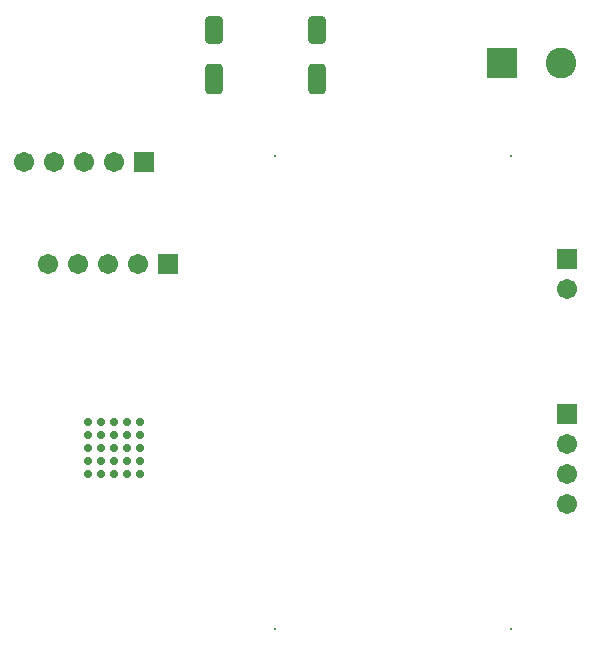
<source format=gbs>
G04*
G04 #@! TF.GenerationSoftware,Altium Limited,Altium Designer,23.5.1 (21)*
G04*
G04 Layer_Color=16711935*
%FSLAX25Y25*%
%MOIN*%
G70*
G04*
G04 #@! TF.SameCoordinates,89F97100-6FF8-4533-BDCD-A1BC4398B3AB*
G04*
G04*
G04 #@! TF.FilePolarity,Negative*
G04*
G01*
G75*
%ADD70C,0.06706*%
%ADD71R,0.06706X0.06706*%
%ADD72C,0.10249*%
%ADD73R,0.10249X0.10249*%
%ADD74R,0.06706X0.06706*%
G04:AMPARAMS|DCode=76|XSize=59.06mil|YSize=94.49mil|CornerRadius=14.76mil|HoleSize=0mil|Usage=FLASHONLY|Rotation=180.000|XOffset=0mil|YOffset=0mil|HoleType=Round|Shape=RoundedRectangle|*
%AMROUNDEDRECTD76*
21,1,0.05906,0.06496,0,0,180.0*
21,1,0.02953,0.09449,0,0,180.0*
1,1,0.02953,-0.01476,0.03248*
1,1,0.02953,0.01476,0.03248*
1,1,0.02953,0.01476,-0.03248*
1,1,0.02953,-0.01476,-0.03248*
%
%ADD76ROUNDEDRECTD76*%
G04:AMPARAMS|DCode=77|XSize=8mil|YSize=8mil|CornerRadius=0mil|HoleSize=0mil|Usage=FLASHONLY|Rotation=0.000|XOffset=0mil|YOffset=0mil|HoleType=Round|Shape=RoundedRectangle|*
%AMROUNDEDRECTD77*
21,1,0.00800,0.00800,0,0,0.0*
21,1,0.00800,0.00800,0,0,0.0*
1,1,0.00000,0.00400,-0.00400*
1,1,0.00000,-0.00400,-0.00400*
1,1,0.00000,-0.00400,0.00400*
1,1,0.00000,0.00400,0.00400*
%
%ADD77ROUNDEDRECTD77*%
%ADD78C,0.02769*%
G04:AMPARAMS|DCode=94|XSize=59.06mil|YSize=102.36mil|CornerRadius=14.76mil|HoleSize=0mil|Usage=FLASHONLY|Rotation=180.000|XOffset=0mil|YOffset=0mil|HoleType=Round|Shape=RoundedRectangle|*
%AMROUNDEDRECTD94*
21,1,0.05906,0.07284,0,0,180.0*
21,1,0.02953,0.10236,0,0,180.0*
1,1,0.02953,-0.01476,0.03642*
1,1,0.02953,0.01476,0.03642*
1,1,0.02953,0.01476,-0.03642*
1,1,0.02953,-0.01476,-0.03642*
%
%ADD94ROUNDEDRECTD94*%
D70*
X68000Y258500D02*
D03*
X78000D02*
D03*
X88000D02*
D03*
X98000D02*
D03*
X106000Y224500D02*
D03*
X96000D02*
D03*
X86000D02*
D03*
X76000D02*
D03*
X249000Y144500D02*
D03*
Y154500D02*
D03*
Y164500D02*
D03*
Y216000D02*
D03*
D71*
X108000Y258500D02*
D03*
X116000Y224500D02*
D03*
D72*
X247000Y291500D02*
D03*
D73*
X227315D02*
D03*
D74*
X249000Y174500D02*
D03*
Y226000D02*
D03*
D76*
X131445Y302500D02*
D03*
X165500D02*
D03*
D77*
X230441Y102720D02*
D03*
X151701D02*
D03*
X230441Y260201D02*
D03*
X151701D02*
D03*
D78*
X89339Y171661D02*
D03*
X93669D02*
D03*
X98000D02*
D03*
X102331D02*
D03*
X106661D02*
D03*
X89339Y167331D02*
D03*
X93669D02*
D03*
X98000D02*
D03*
X102331D02*
D03*
X106661D02*
D03*
X89339Y163000D02*
D03*
X93669D02*
D03*
X98000D02*
D03*
X102331D02*
D03*
X106661D02*
D03*
X89339Y158669D02*
D03*
X93669D02*
D03*
X98000D02*
D03*
X102331D02*
D03*
X106661D02*
D03*
X89339Y154339D02*
D03*
X93669D02*
D03*
X98000D02*
D03*
X102331D02*
D03*
X106661D02*
D03*
D94*
X131445Y286043D02*
D03*
X165500D02*
D03*
M02*

</source>
